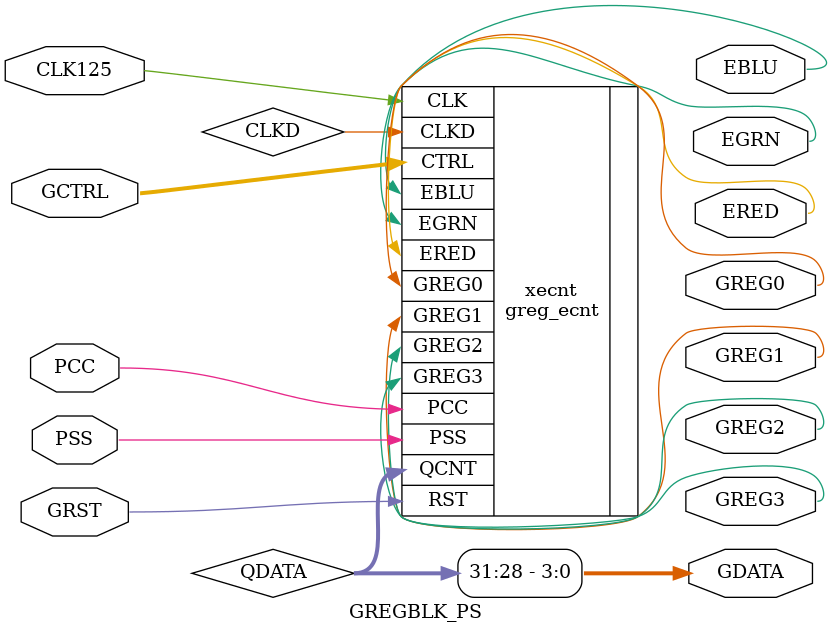
<source format=v>

`timescale 1ns / 1ps



// *****************************************
// * GREGBLK_PS
// *****************************************
module GREGBLK_PS (
  output            EBLU,
  output            EGRN,
  output            ERED,
  output            GREG0,
  output            GREG1,
  output            GREG2,
  output            GREG3,
  output     [3:0]  GDATA,

  input             CLK125,
  input      [3:0]  GCTRL,
  input             GRST,
  input             PCC,
  input             PSS
);


  wire CLKD;
  wire [31:0] QDATA;

  assign GDATA = QDATA[31:28];

  greg_ecnt xecnt (
    .CLK(CLK125),
    .GREG0(GREG0),
    .GREG1(GREG1),
    .GREG2(GREG2),
    .GREG3(GREG3),
    .CLKD(CLKD),
    .EBLU(EBLU),
    .PCC(PCC),
    .ERED(ERED),
    .EGRN(EGRN),
    .RST(GRST),
    .PSS(PSS),
    .QCNT(QDATA[31:0]),
    .CTRL(GCTRL[3:0]) );

endmodule
// *****************************************



</source>
